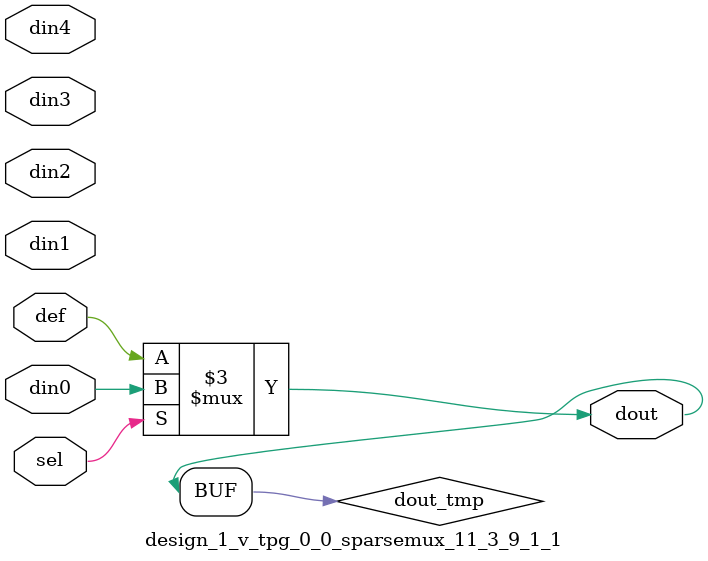
<source format=v>
`timescale 1ns / 1ps

module design_1_v_tpg_0_0_sparsemux_11_3_9_1_1 (din0,din1,din2,din3,din4,def,sel,dout);

parameter din0_WIDTH = 1;

parameter din1_WIDTH = 1;

parameter din2_WIDTH = 1;

parameter din3_WIDTH = 1;

parameter din4_WIDTH = 1;

parameter def_WIDTH = 1;
parameter sel_WIDTH = 1;
parameter dout_WIDTH = 1;

parameter [sel_WIDTH-1:0] CASE0 = 1;

parameter [sel_WIDTH-1:0] CASE1 = 1;

parameter [sel_WIDTH-1:0] CASE2 = 1;

parameter [sel_WIDTH-1:0] CASE3 = 1;

parameter [sel_WIDTH-1:0] CASE4 = 1;

parameter ID = 1;
parameter NUM_STAGE = 1;



input [din0_WIDTH-1:0] din0;

input [din1_WIDTH-1:0] din1;

input [din2_WIDTH-1:0] din2;

input [din3_WIDTH-1:0] din3;

input [din4_WIDTH-1:0] din4;

input [def_WIDTH-1:0] def;
input [sel_WIDTH-1:0] sel;

output [dout_WIDTH-1:0] dout;



reg [dout_WIDTH-1:0] dout_tmp;

always @ (*) begin
case (sel)
    
    CASE0 : dout_tmp = din0;
    
    CASE1 : dout_tmp = din1;
    
    CASE2 : dout_tmp = din2;
    
    CASE3 : dout_tmp = din3;
    
    CASE4 : dout_tmp = din4;
    
    default : dout_tmp = def;
endcase
end


assign dout = dout_tmp;



endmodule

</source>
